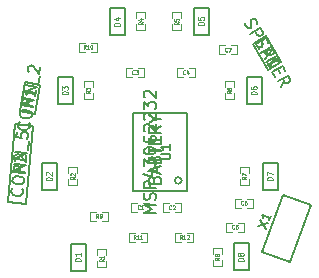
<source format=gto>
G04 (created by PCBNEW (2013-07-07 BZR 4022)-stable) date 16-09-2014 20:10:18*
%MOIN*%
G04 Gerber Fmt 3.4, Leading zero omitted, Abs format*
%FSLAX34Y34*%
G01*
G70*
G90*
G04 APERTURE LIST*
%ADD10C,0.00590551*%
%ADD11C,0.005*%
%ADD12C,0.0028*%
%ADD13C,0.006*%
%ADD14C,0.0059*%
%ADD15C,0.0045*%
G04 APERTURE END LIST*
G54D10*
G54D11*
X-885Y1105D02*
X-885Y-1495D01*
X-885Y-1495D02*
X915Y-1495D01*
X915Y-1495D02*
X915Y1105D01*
X915Y1105D02*
X-885Y1105D01*
X726Y-1145D02*
G75*
G03X726Y-1145I-111J0D01*
G74*
G01*
X-1655Y3700D02*
X-1655Y4600D01*
X-1655Y4600D02*
X-1155Y4600D01*
X-1155Y4600D02*
X-1155Y3700D01*
X-1155Y3700D02*
X-1655Y3700D01*
X2965Y-3245D02*
X2965Y-4145D01*
X2965Y-4145D02*
X2465Y-4145D01*
X2465Y-4145D02*
X2465Y-3245D01*
X2465Y-3245D02*
X2965Y-3245D01*
X3430Y-1455D02*
X3430Y-555D01*
X3430Y-555D02*
X3930Y-555D01*
X3930Y-555D02*
X3930Y-1455D01*
X3930Y-1455D02*
X3430Y-1455D01*
X2895Y1405D02*
X2895Y2305D01*
X2895Y2305D02*
X3395Y2305D01*
X3395Y2305D02*
X3395Y1405D01*
X3395Y1405D02*
X2895Y1405D01*
X1140Y3720D02*
X1140Y4620D01*
X1140Y4620D02*
X1640Y4620D01*
X1640Y4620D02*
X1640Y3720D01*
X1640Y3720D02*
X1140Y3720D01*
X-2970Y-4150D02*
X-2970Y-3250D01*
X-2970Y-3250D02*
X-2470Y-3250D01*
X-2470Y-3250D02*
X-2470Y-4150D01*
X-2470Y-4150D02*
X-2970Y-4150D01*
X-3435Y-560D02*
X-3435Y-1460D01*
X-3435Y-1460D02*
X-3935Y-1460D01*
X-3935Y-1460D02*
X-3935Y-560D01*
X-3935Y-560D02*
X-3435Y-560D01*
X-3400Y1405D02*
X-3400Y2305D01*
X-3400Y2305D02*
X-2900Y2305D01*
X-2900Y2305D02*
X-2900Y1405D01*
X-2900Y1405D02*
X-3400Y1405D01*
G54D12*
X-785Y4055D02*
X-785Y3855D01*
X-785Y3855D02*
X-485Y3855D01*
X-485Y3855D02*
X-485Y4055D01*
X-785Y4255D02*
X-785Y4455D01*
X-785Y4455D02*
X-485Y4455D01*
X-485Y4455D02*
X-485Y4255D01*
X765Y2605D02*
X565Y2605D01*
X565Y2605D02*
X565Y2305D01*
X565Y2305D02*
X765Y2305D01*
X965Y2605D02*
X1165Y2605D01*
X1165Y2605D02*
X1165Y2305D01*
X1165Y2305D02*
X965Y2305D01*
X415Y4055D02*
X415Y3855D01*
X415Y3855D02*
X715Y3855D01*
X715Y3855D02*
X715Y4055D01*
X415Y4255D02*
X415Y4455D01*
X415Y4455D02*
X715Y4455D01*
X715Y4455D02*
X715Y4255D01*
X-2085Y-3845D02*
X-2085Y-4045D01*
X-2085Y-4045D02*
X-1785Y-4045D01*
X-1785Y-4045D02*
X-1785Y-3845D01*
X-2085Y-3645D02*
X-2085Y-3445D01*
X-2085Y-3445D02*
X-1785Y-3445D01*
X-1785Y-3445D02*
X-1785Y-3645D01*
X2165Y1755D02*
X2165Y1555D01*
X2165Y1555D02*
X2465Y1555D01*
X2465Y1555D02*
X2465Y1755D01*
X2165Y1955D02*
X2165Y2155D01*
X2165Y2155D02*
X2465Y2155D01*
X2465Y2155D02*
X2465Y1955D01*
X-3050Y-1100D02*
X-3050Y-1300D01*
X-3050Y-1300D02*
X-2750Y-1300D01*
X-2750Y-1300D02*
X-2750Y-1100D01*
X-3050Y-900D02*
X-3050Y-700D01*
X-3050Y-700D02*
X-2750Y-700D01*
X-2750Y-700D02*
X-2750Y-900D01*
X2665Y-1095D02*
X2665Y-1295D01*
X2665Y-1295D02*
X2965Y-1295D01*
X2965Y-1295D02*
X2965Y-1095D01*
X2665Y-895D02*
X2665Y-695D01*
X2665Y-695D02*
X2965Y-695D01*
X2965Y-695D02*
X2965Y-895D01*
X2065Y-3595D02*
X2065Y-3395D01*
X2065Y-3395D02*
X1765Y-3395D01*
X1765Y-3395D02*
X1765Y-3595D01*
X2065Y-3795D02*
X2065Y-3995D01*
X2065Y-3995D02*
X1765Y-3995D01*
X1765Y-3995D02*
X1765Y-3795D01*
X-2235Y1955D02*
X-2235Y2155D01*
X-2235Y2155D02*
X-2535Y2155D01*
X-2535Y2155D02*
X-2535Y1955D01*
X-2235Y1755D02*
X-2235Y1555D01*
X-2235Y1555D02*
X-2535Y1555D01*
X-2535Y1555D02*
X-2535Y1755D01*
X-635Y-3195D02*
X-435Y-3195D01*
X-435Y-3195D02*
X-435Y-2895D01*
X-435Y-2895D02*
X-635Y-2895D01*
X-835Y-3195D02*
X-1035Y-3195D01*
X-1035Y-3195D02*
X-1035Y-2895D01*
X-1035Y-2895D02*
X-835Y-2895D01*
X-935Y2605D02*
X-1135Y2605D01*
X-1135Y2605D02*
X-1135Y2305D01*
X-1135Y2305D02*
X-935Y2305D01*
X-735Y2605D02*
X-535Y2605D01*
X-535Y2605D02*
X-535Y2305D01*
X-535Y2305D02*
X-735Y2305D01*
X-550Y-2200D02*
X-350Y-2200D01*
X-350Y-2200D02*
X-350Y-1900D01*
X-350Y-1900D02*
X-550Y-1900D01*
X-750Y-2200D02*
X-950Y-2200D01*
X-950Y-2200D02*
X-950Y-1900D01*
X-950Y-1900D02*
X-750Y-1900D01*
X-2500Y3450D02*
X-2700Y3450D01*
X-2700Y3450D02*
X-2700Y3150D01*
X-2700Y3150D02*
X-2500Y3150D01*
X-2300Y3450D02*
X-2100Y3450D01*
X-2100Y3450D02*
X-2100Y3150D01*
X-2100Y3150D02*
X-2300Y3150D01*
X-2135Y-2195D02*
X-2335Y-2195D01*
X-2335Y-2195D02*
X-2335Y-2495D01*
X-2335Y-2495D02*
X-2135Y-2495D01*
X-1935Y-2195D02*
X-1735Y-2195D01*
X-1735Y-2195D02*
X-1735Y-2495D01*
X-1735Y-2495D02*
X-1935Y-2495D01*
X500Y-2200D02*
X700Y-2200D01*
X700Y-2200D02*
X700Y-1900D01*
X700Y-1900D02*
X500Y-1900D01*
X300Y-2200D02*
X100Y-2200D01*
X100Y-2200D02*
X100Y-1900D01*
X100Y-1900D02*
X300Y-1900D01*
X2365Y3055D02*
X2565Y3055D01*
X2565Y3055D02*
X2565Y3355D01*
X2565Y3355D02*
X2365Y3355D01*
X2165Y3055D02*
X1965Y3055D01*
X1965Y3055D02*
X1965Y3355D01*
X1965Y3355D02*
X2165Y3355D01*
X915Y-3195D02*
X1115Y-3195D01*
X1115Y-3195D02*
X1115Y-2895D01*
X1115Y-2895D02*
X915Y-2895D01*
X715Y-3195D02*
X515Y-3195D01*
X515Y-3195D02*
X515Y-2895D01*
X515Y-2895D02*
X715Y-2895D01*
X2900Y-2050D02*
X3100Y-2050D01*
X3100Y-2050D02*
X3100Y-1750D01*
X3100Y-1750D02*
X2900Y-1750D01*
X2700Y-2050D02*
X2500Y-2050D01*
X2500Y-2050D02*
X2500Y-1750D01*
X2500Y-1750D02*
X2700Y-1750D01*
X2600Y-2850D02*
X2800Y-2850D01*
X2800Y-2850D02*
X2800Y-2550D01*
X2800Y-2550D02*
X2600Y-2550D01*
X2400Y-2850D02*
X2200Y-2850D01*
X2200Y-2850D02*
X2200Y-2550D01*
X2200Y-2550D02*
X2400Y-2550D01*
G54D10*
X-5047Y-1863D02*
X-4820Y726D01*
X-4820Y726D02*
X-4222Y673D01*
X-4222Y673D02*
X-4449Y-1916D01*
X-4449Y-1916D02*
X-5047Y-1863D01*
X3598Y2546D02*
X4031Y2796D01*
X4031Y2796D02*
X3531Y3663D01*
X3531Y3663D02*
X3098Y3413D01*
X3098Y3413D02*
X3598Y2546D01*
X-4668Y1156D02*
X-4175Y1069D01*
X-4175Y1069D02*
X-4001Y2053D01*
X-4001Y2053D02*
X-4494Y2140D01*
X-4494Y2140D02*
X-4668Y1156D01*
G54D13*
X4342Y-3855D02*
X3403Y-3513D01*
X3403Y-3513D02*
X4087Y-1634D01*
X4087Y-1634D02*
X5026Y-1976D01*
X5026Y-1976D02*
X4342Y-3855D01*
G54D14*
X27Y-435D02*
X282Y-435D01*
X312Y-420D01*
X327Y-405D01*
X342Y-375D01*
X342Y-315D01*
X327Y-285D01*
X312Y-270D01*
X282Y-255D01*
X27Y-255D01*
X342Y60D02*
X342Y-120D01*
X342Y-30D02*
X27Y-30D01*
X72Y-60D01*
X102Y-90D01*
X117Y-120D01*
X-140Y-2221D02*
X-534Y-2221D01*
X-253Y-2089D01*
X-534Y-1958D01*
X-140Y-1958D01*
X-159Y-1789D02*
X-140Y-1733D01*
X-140Y-1639D01*
X-159Y-1602D01*
X-178Y-1583D01*
X-215Y-1564D01*
X-253Y-1564D01*
X-290Y-1583D01*
X-309Y-1602D01*
X-328Y-1639D01*
X-346Y-1714D01*
X-365Y-1752D01*
X-384Y-1771D01*
X-421Y-1789D01*
X-459Y-1789D01*
X-497Y-1771D01*
X-515Y-1752D01*
X-534Y-1714D01*
X-534Y-1620D01*
X-515Y-1564D01*
X-140Y-1395D02*
X-534Y-1395D01*
X-534Y-1245D01*
X-515Y-1208D01*
X-497Y-1189D01*
X-459Y-1170D01*
X-403Y-1170D01*
X-365Y-1189D01*
X-346Y-1208D01*
X-328Y-1245D01*
X-328Y-1395D01*
X-403Y-832D02*
X-140Y-832D01*
X-553Y-926D02*
X-271Y-1020D01*
X-271Y-776D01*
X-534Y-664D02*
X-534Y-420D01*
X-384Y-551D01*
X-384Y-495D01*
X-365Y-457D01*
X-346Y-438D01*
X-309Y-420D01*
X-215Y-420D01*
X-178Y-438D01*
X-159Y-457D01*
X-140Y-495D01*
X-140Y-607D01*
X-159Y-645D01*
X-178Y-664D01*
X-534Y-176D02*
X-534Y-138D01*
X-515Y-101D01*
X-497Y-82D01*
X-459Y-63D01*
X-384Y-44D01*
X-290Y-44D01*
X-215Y-63D01*
X-178Y-82D01*
X-159Y-101D01*
X-140Y-138D01*
X-140Y-176D01*
X-159Y-213D01*
X-178Y-232D01*
X-215Y-251D01*
X-290Y-270D01*
X-384Y-270D01*
X-459Y-251D01*
X-497Y-232D01*
X-515Y-213D01*
X-534Y-176D01*
X-515Y330D02*
X-534Y292D01*
X-534Y236D01*
X-515Y180D01*
X-478Y142D01*
X-440Y123D01*
X-365Y105D01*
X-309Y105D01*
X-234Y123D01*
X-196Y142D01*
X-159Y180D01*
X-140Y236D01*
X-140Y274D01*
X-159Y330D01*
X-178Y349D01*
X-309Y349D01*
X-309Y274D01*
X-497Y499D02*
X-515Y517D01*
X-534Y555D01*
X-534Y649D01*
X-515Y686D01*
X-497Y705D01*
X-459Y724D01*
X-421Y724D01*
X-365Y705D01*
X-140Y480D01*
X-140Y724D01*
X-497Y874D02*
X-515Y893D01*
X-534Y930D01*
X-534Y1024D01*
X-515Y1062D01*
X-497Y1080D01*
X-459Y1099D01*
X-421Y1099D01*
X-365Y1080D01*
X-140Y855D01*
X-140Y1099D01*
X-534Y1230D02*
X-534Y1474D01*
X-384Y1343D01*
X-384Y1399D01*
X-365Y1437D01*
X-346Y1456D01*
X-309Y1474D01*
X-215Y1474D01*
X-178Y1456D01*
X-159Y1437D01*
X-140Y1399D01*
X-140Y1287D01*
X-159Y1249D01*
X-178Y1230D01*
X-497Y1624D02*
X-515Y1643D01*
X-534Y1681D01*
X-534Y1775D01*
X-515Y1812D01*
X-497Y1831D01*
X-459Y1850D01*
X-421Y1850D01*
X-365Y1831D01*
X-140Y1606D01*
X-140Y1850D01*
G54D15*
X-1324Y4017D02*
X-1524Y4017D01*
X-1524Y4060D01*
X-1514Y4085D01*
X-1495Y4102D01*
X-1476Y4111D01*
X-1438Y4120D01*
X-1409Y4120D01*
X-1371Y4111D01*
X-1352Y4102D01*
X-1333Y4085D01*
X-1324Y4060D01*
X-1324Y4017D01*
X-1457Y4274D02*
X-1324Y4274D01*
X-1533Y4231D02*
X-1390Y4188D01*
X-1390Y4300D01*
X2795Y-3827D02*
X2595Y-3827D01*
X2595Y-3785D01*
X2605Y-3759D01*
X2624Y-3742D01*
X2643Y-3733D01*
X2681Y-3725D01*
X2710Y-3725D01*
X2748Y-3733D01*
X2767Y-3742D01*
X2786Y-3759D01*
X2795Y-3785D01*
X2795Y-3827D01*
X2681Y-3622D02*
X2672Y-3639D01*
X2662Y-3647D01*
X2643Y-3656D01*
X2634Y-3656D01*
X2615Y-3647D01*
X2605Y-3639D01*
X2595Y-3622D01*
X2595Y-3587D01*
X2605Y-3570D01*
X2615Y-3562D01*
X2634Y-3553D01*
X2643Y-3553D01*
X2662Y-3562D01*
X2672Y-3570D01*
X2681Y-3587D01*
X2681Y-3622D01*
X2691Y-3639D01*
X2700Y-3647D01*
X2719Y-3656D01*
X2757Y-3656D01*
X2776Y-3647D01*
X2786Y-3639D01*
X2795Y-3622D01*
X2795Y-3587D01*
X2786Y-3570D01*
X2776Y-3562D01*
X2757Y-3553D01*
X2719Y-3553D01*
X2700Y-3562D01*
X2691Y-3570D01*
X2681Y-3587D01*
X3760Y-1137D02*
X3560Y-1137D01*
X3560Y-1095D01*
X3570Y-1069D01*
X3589Y-1052D01*
X3608Y-1043D01*
X3646Y-1035D01*
X3675Y-1035D01*
X3713Y-1043D01*
X3732Y-1052D01*
X3751Y-1069D01*
X3760Y-1095D01*
X3760Y-1137D01*
X3560Y-975D02*
X3560Y-855D01*
X3760Y-932D01*
X3225Y1722D02*
X3025Y1722D01*
X3025Y1765D01*
X3035Y1790D01*
X3054Y1807D01*
X3073Y1816D01*
X3111Y1825D01*
X3140Y1825D01*
X3178Y1816D01*
X3197Y1807D01*
X3216Y1790D01*
X3225Y1765D01*
X3225Y1722D01*
X3025Y1979D02*
X3025Y1945D01*
X3035Y1927D01*
X3045Y1919D01*
X3073Y1902D01*
X3111Y1893D01*
X3187Y1893D01*
X3206Y1902D01*
X3216Y1910D01*
X3225Y1927D01*
X3225Y1962D01*
X3216Y1979D01*
X3206Y1987D01*
X3187Y1996D01*
X3140Y1996D01*
X3121Y1987D01*
X3111Y1979D01*
X3102Y1962D01*
X3102Y1927D01*
X3111Y1910D01*
X3121Y1902D01*
X3140Y1893D01*
X1470Y4037D02*
X1270Y4037D01*
X1270Y4080D01*
X1280Y4105D01*
X1299Y4122D01*
X1318Y4131D01*
X1356Y4140D01*
X1385Y4140D01*
X1423Y4131D01*
X1442Y4122D01*
X1461Y4105D01*
X1470Y4080D01*
X1470Y4037D01*
X1270Y4302D02*
X1270Y4217D01*
X1366Y4208D01*
X1356Y4217D01*
X1347Y4234D01*
X1347Y4277D01*
X1356Y4294D01*
X1366Y4302D01*
X1385Y4311D01*
X1432Y4311D01*
X1451Y4302D01*
X1461Y4294D01*
X1470Y4277D01*
X1470Y4234D01*
X1461Y4217D01*
X1451Y4208D01*
X-2639Y-3832D02*
X-2839Y-3832D01*
X-2839Y-3790D01*
X-2829Y-3764D01*
X-2810Y-3747D01*
X-2791Y-3738D01*
X-2753Y-3730D01*
X-2724Y-3730D01*
X-2686Y-3738D01*
X-2667Y-3747D01*
X-2648Y-3764D01*
X-2639Y-3790D01*
X-2639Y-3832D01*
X-2639Y-3558D02*
X-2639Y-3661D01*
X-2639Y-3610D02*
X-2839Y-3610D01*
X-2810Y-3627D01*
X-2791Y-3644D01*
X-2781Y-3661D01*
X-3604Y-1142D02*
X-3804Y-1142D01*
X-3804Y-1100D01*
X-3794Y-1074D01*
X-3775Y-1057D01*
X-3756Y-1048D01*
X-3718Y-1040D01*
X-3689Y-1040D01*
X-3651Y-1048D01*
X-3632Y-1057D01*
X-3613Y-1074D01*
X-3604Y-1100D01*
X-3604Y-1142D01*
X-3785Y-971D02*
X-3794Y-962D01*
X-3804Y-945D01*
X-3804Y-902D01*
X-3794Y-885D01*
X-3785Y-877D01*
X-3765Y-868D01*
X-3746Y-868D01*
X-3718Y-877D01*
X-3604Y-980D01*
X-3604Y-868D01*
X-3069Y1722D02*
X-3269Y1722D01*
X-3269Y1765D01*
X-3259Y1790D01*
X-3240Y1807D01*
X-3221Y1816D01*
X-3183Y1825D01*
X-3154Y1825D01*
X-3116Y1816D01*
X-3097Y1807D01*
X-3078Y1790D01*
X-3069Y1765D01*
X-3069Y1722D01*
X-3269Y1885D02*
X-3269Y1996D01*
X-3192Y1936D01*
X-3192Y1962D01*
X-3183Y1979D01*
X-3173Y1987D01*
X-3154Y1996D01*
X-3107Y1996D01*
X-3088Y1987D01*
X-3078Y1979D01*
X-3069Y1962D01*
X-3069Y1910D01*
X-3078Y1893D01*
X-3088Y1885D01*
G54D12*
X-579Y4135D02*
X-644Y4095D01*
X-579Y4066D02*
X-717Y4066D01*
X-717Y4112D01*
X-710Y4123D01*
X-704Y4129D01*
X-690Y4135D01*
X-671Y4135D01*
X-658Y4129D01*
X-651Y4123D01*
X-644Y4112D01*
X-644Y4066D01*
X-671Y4237D02*
X-579Y4237D01*
X-723Y4209D02*
X-625Y4180D01*
X-625Y4255D01*
X845Y2412D02*
X839Y2405D01*
X822Y2399D01*
X810Y2399D01*
X793Y2405D01*
X782Y2418D01*
X776Y2432D01*
X770Y2458D01*
X770Y2478D01*
X776Y2504D01*
X782Y2517D01*
X793Y2530D01*
X810Y2537D01*
X822Y2537D01*
X839Y2530D01*
X845Y2524D01*
X947Y2491D02*
X947Y2399D01*
X919Y2543D02*
X890Y2445D01*
X965Y2445D01*
X620Y4135D02*
X555Y4095D01*
X620Y4066D02*
X482Y4066D01*
X482Y4112D01*
X489Y4123D01*
X496Y4129D01*
X509Y4135D01*
X528Y4135D01*
X542Y4129D01*
X548Y4123D01*
X555Y4112D01*
X555Y4066D01*
X482Y4243D02*
X482Y4186D01*
X548Y4180D01*
X542Y4186D01*
X535Y4197D01*
X535Y4226D01*
X542Y4237D01*
X548Y4243D01*
X561Y4249D01*
X594Y4249D01*
X607Y4243D01*
X614Y4237D01*
X620Y4226D01*
X620Y4197D01*
X614Y4186D01*
X607Y4180D01*
X-1879Y-3765D02*
X-1944Y-3805D01*
X-1879Y-3833D02*
X-2017Y-3833D01*
X-2017Y-3787D01*
X-2010Y-3776D01*
X-2004Y-3770D01*
X-1990Y-3765D01*
X-1971Y-3765D01*
X-1958Y-3770D01*
X-1951Y-3776D01*
X-1944Y-3787D01*
X-1944Y-3833D01*
X-1879Y-3650D02*
X-1879Y-3719D01*
X-1879Y-3685D02*
X-2017Y-3685D01*
X-1997Y-3696D01*
X-1984Y-3707D01*
X-1977Y-3719D01*
X2370Y1835D02*
X2305Y1795D01*
X2370Y1766D02*
X2232Y1766D01*
X2232Y1812D01*
X2239Y1823D01*
X2246Y1829D01*
X2259Y1835D01*
X2278Y1835D01*
X2292Y1829D01*
X2298Y1823D01*
X2305Y1812D01*
X2305Y1766D01*
X2232Y1937D02*
X2232Y1915D01*
X2239Y1903D01*
X2246Y1897D01*
X2265Y1886D01*
X2292Y1880D01*
X2344Y1880D01*
X2357Y1886D01*
X2364Y1892D01*
X2370Y1903D01*
X2370Y1926D01*
X2364Y1937D01*
X2357Y1943D01*
X2344Y1949D01*
X2311Y1949D01*
X2298Y1943D01*
X2292Y1937D01*
X2285Y1926D01*
X2285Y1903D01*
X2292Y1892D01*
X2298Y1886D01*
X2311Y1880D01*
X-2844Y-1020D02*
X-2909Y-1060D01*
X-2844Y-1088D02*
X-2982Y-1088D01*
X-2982Y-1042D01*
X-2975Y-1031D01*
X-2969Y-1025D01*
X-2955Y-1020D01*
X-2936Y-1020D01*
X-2923Y-1025D01*
X-2916Y-1031D01*
X-2909Y-1042D01*
X-2909Y-1088D01*
X-2969Y-974D02*
X-2975Y-968D01*
X-2982Y-957D01*
X-2982Y-928D01*
X-2975Y-917D01*
X-2969Y-911D01*
X-2955Y-905D01*
X-2942Y-905D01*
X-2923Y-911D01*
X-2844Y-980D01*
X-2844Y-905D01*
X2870Y-1015D02*
X2805Y-1055D01*
X2870Y-1083D02*
X2732Y-1083D01*
X2732Y-1037D01*
X2739Y-1026D01*
X2746Y-1020D01*
X2759Y-1015D01*
X2778Y-1015D01*
X2792Y-1020D01*
X2798Y-1026D01*
X2805Y-1037D01*
X2805Y-1083D01*
X2732Y-975D02*
X2732Y-895D01*
X2870Y-946D01*
X1970Y-3715D02*
X1905Y-3755D01*
X1970Y-3783D02*
X1832Y-3783D01*
X1832Y-3737D01*
X1839Y-3726D01*
X1846Y-3720D01*
X1859Y-3715D01*
X1878Y-3715D01*
X1892Y-3720D01*
X1898Y-3726D01*
X1905Y-3737D01*
X1905Y-3783D01*
X1892Y-3646D02*
X1885Y-3657D01*
X1878Y-3663D01*
X1865Y-3669D01*
X1859Y-3669D01*
X1846Y-3663D01*
X1839Y-3657D01*
X1832Y-3646D01*
X1832Y-3623D01*
X1839Y-3612D01*
X1846Y-3606D01*
X1859Y-3600D01*
X1865Y-3600D01*
X1878Y-3606D01*
X1885Y-3612D01*
X1892Y-3623D01*
X1892Y-3646D01*
X1898Y-3657D01*
X1905Y-3663D01*
X1918Y-3669D01*
X1944Y-3669D01*
X1957Y-3663D01*
X1964Y-3657D01*
X1970Y-3646D01*
X1970Y-3623D01*
X1964Y-3612D01*
X1957Y-3606D01*
X1944Y-3600D01*
X1918Y-3600D01*
X1905Y-3606D01*
X1898Y-3612D01*
X1892Y-3623D01*
X-2329Y1835D02*
X-2394Y1795D01*
X-2329Y1766D02*
X-2467Y1766D01*
X-2467Y1812D01*
X-2460Y1823D01*
X-2454Y1829D01*
X-2440Y1835D01*
X-2421Y1835D01*
X-2408Y1829D01*
X-2401Y1823D01*
X-2394Y1812D01*
X-2394Y1766D01*
X-2467Y1875D02*
X-2467Y1949D01*
X-2414Y1909D01*
X-2414Y1926D01*
X-2408Y1937D01*
X-2401Y1943D01*
X-2388Y1949D01*
X-2355Y1949D01*
X-2342Y1943D01*
X-2335Y1937D01*
X-2329Y1926D01*
X-2329Y1892D01*
X-2335Y1880D01*
X-2342Y1875D01*
X-812Y-3100D02*
X-852Y-3035D01*
X-880Y-3100D02*
X-880Y-2962D01*
X-835Y-2962D01*
X-823Y-2969D01*
X-817Y-2976D01*
X-812Y-2989D01*
X-812Y-3008D01*
X-817Y-3022D01*
X-823Y-3028D01*
X-835Y-3035D01*
X-880Y-3035D01*
X-697Y-3100D02*
X-766Y-3100D01*
X-732Y-3100D02*
X-732Y-2962D01*
X-743Y-2982D01*
X-755Y-2995D01*
X-766Y-3002D01*
X-583Y-3100D02*
X-652Y-3100D01*
X-617Y-3100D02*
X-617Y-2962D01*
X-629Y-2982D01*
X-640Y-2995D01*
X-652Y-3002D01*
X-855Y2412D02*
X-860Y2405D01*
X-877Y2399D01*
X-889Y2399D01*
X-906Y2405D01*
X-917Y2418D01*
X-923Y2432D01*
X-929Y2458D01*
X-929Y2478D01*
X-923Y2504D01*
X-917Y2517D01*
X-906Y2530D01*
X-889Y2537D01*
X-877Y2537D01*
X-860Y2530D01*
X-855Y2524D01*
X-815Y2537D02*
X-740Y2537D01*
X-780Y2484D01*
X-763Y2484D01*
X-752Y2478D01*
X-746Y2471D01*
X-740Y2458D01*
X-740Y2425D01*
X-746Y2412D01*
X-752Y2405D01*
X-763Y2399D01*
X-797Y2399D01*
X-809Y2405D01*
X-815Y2412D01*
X-670Y-2092D02*
X-675Y-2099D01*
X-692Y-2105D01*
X-704Y-2105D01*
X-721Y-2099D01*
X-732Y-2086D01*
X-738Y-2073D01*
X-744Y-2046D01*
X-744Y-2027D01*
X-738Y-2000D01*
X-732Y-1987D01*
X-721Y-1974D01*
X-704Y-1967D01*
X-692Y-1967D01*
X-675Y-1974D01*
X-670Y-1981D01*
X-555Y-2105D02*
X-624Y-2105D01*
X-590Y-2105D02*
X-590Y-1967D01*
X-601Y-1987D01*
X-612Y-2000D01*
X-624Y-2007D01*
X-2477Y3244D02*
X-2517Y3309D01*
X-2545Y3244D02*
X-2545Y3382D01*
X-2500Y3382D01*
X-2488Y3375D01*
X-2482Y3369D01*
X-2477Y3355D01*
X-2477Y3336D01*
X-2482Y3323D01*
X-2488Y3316D01*
X-2500Y3309D01*
X-2545Y3309D01*
X-2362Y3244D02*
X-2431Y3244D01*
X-2397Y3244D02*
X-2397Y3382D01*
X-2408Y3362D01*
X-2420Y3349D01*
X-2431Y3342D01*
X-2288Y3382D02*
X-2277Y3382D01*
X-2265Y3375D01*
X-2260Y3369D01*
X-2254Y3355D01*
X-2248Y3329D01*
X-2248Y3296D01*
X-2254Y3270D01*
X-2260Y3257D01*
X-2265Y3250D01*
X-2277Y3244D01*
X-2288Y3244D01*
X-2300Y3250D01*
X-2305Y3257D01*
X-2311Y3270D01*
X-2317Y3296D01*
X-2317Y3329D01*
X-2311Y3355D01*
X-2305Y3369D01*
X-2300Y3375D01*
X-2288Y3382D01*
X-2055Y-2400D02*
X-2095Y-2335D01*
X-2123Y-2400D02*
X-2123Y-2262D01*
X-2077Y-2262D01*
X-2066Y-2269D01*
X-2060Y-2276D01*
X-2055Y-2289D01*
X-2055Y-2308D01*
X-2060Y-2322D01*
X-2066Y-2328D01*
X-2077Y-2335D01*
X-2123Y-2335D01*
X-1997Y-2400D02*
X-1975Y-2400D01*
X-1963Y-2394D01*
X-1957Y-2387D01*
X-1946Y-2368D01*
X-1940Y-2341D01*
X-1940Y-2289D01*
X-1946Y-2276D01*
X-1952Y-2269D01*
X-1963Y-2262D01*
X-1986Y-2262D01*
X-1997Y-2269D01*
X-2003Y-2276D01*
X-2009Y-2289D01*
X-2009Y-2322D01*
X-2003Y-2335D01*
X-1997Y-2341D01*
X-1986Y-2348D01*
X-1963Y-2348D01*
X-1952Y-2341D01*
X-1946Y-2335D01*
X-1940Y-2322D01*
X380Y-2092D02*
X374Y-2099D01*
X357Y-2105D01*
X345Y-2105D01*
X328Y-2099D01*
X317Y-2086D01*
X311Y-2073D01*
X305Y-2046D01*
X305Y-2027D01*
X311Y-2000D01*
X317Y-1987D01*
X328Y-1974D01*
X345Y-1967D01*
X357Y-1967D01*
X374Y-1974D01*
X380Y-1981D01*
X425Y-1981D02*
X431Y-1974D01*
X442Y-1967D01*
X471Y-1967D01*
X482Y-1974D01*
X488Y-1981D01*
X494Y-1994D01*
X494Y-2007D01*
X488Y-2027D01*
X420Y-2105D01*
X494Y-2105D01*
X2245Y3162D02*
X2239Y3155D01*
X2222Y3149D01*
X2210Y3149D01*
X2193Y3155D01*
X2182Y3168D01*
X2176Y3182D01*
X2170Y3208D01*
X2170Y3228D01*
X2176Y3254D01*
X2182Y3267D01*
X2193Y3280D01*
X2210Y3287D01*
X2222Y3287D01*
X2239Y3280D01*
X2245Y3274D01*
X2285Y3287D02*
X2365Y3287D01*
X2313Y3149D01*
X737Y-3100D02*
X697Y-3035D01*
X669Y-3100D02*
X669Y-2962D01*
X715Y-2962D01*
X726Y-2969D01*
X732Y-2976D01*
X737Y-2989D01*
X737Y-3008D01*
X732Y-3022D01*
X726Y-3028D01*
X715Y-3035D01*
X669Y-3035D01*
X852Y-3100D02*
X783Y-3100D01*
X817Y-3100D02*
X817Y-2962D01*
X806Y-2982D01*
X795Y-2995D01*
X783Y-3002D01*
X897Y-2976D02*
X903Y-2969D01*
X915Y-2962D01*
X943Y-2962D01*
X955Y-2969D01*
X960Y-2976D01*
X966Y-2989D01*
X966Y-3002D01*
X960Y-3022D01*
X892Y-3100D01*
X966Y-3100D01*
X2780Y-1942D02*
X2774Y-1949D01*
X2757Y-1955D01*
X2745Y-1955D01*
X2728Y-1949D01*
X2717Y-1936D01*
X2711Y-1923D01*
X2705Y-1896D01*
X2705Y-1877D01*
X2711Y-1850D01*
X2717Y-1837D01*
X2728Y-1824D01*
X2745Y-1817D01*
X2757Y-1817D01*
X2774Y-1824D01*
X2780Y-1831D01*
X2882Y-1817D02*
X2860Y-1817D01*
X2848Y-1824D01*
X2842Y-1831D01*
X2831Y-1850D01*
X2825Y-1877D01*
X2825Y-1929D01*
X2831Y-1942D01*
X2837Y-1949D01*
X2848Y-1955D01*
X2871Y-1955D01*
X2882Y-1949D01*
X2888Y-1942D01*
X2894Y-1929D01*
X2894Y-1896D01*
X2888Y-1883D01*
X2882Y-1877D01*
X2871Y-1870D01*
X2848Y-1870D01*
X2837Y-1877D01*
X2831Y-1883D01*
X2825Y-1896D01*
X2480Y-2742D02*
X2474Y-2749D01*
X2457Y-2755D01*
X2445Y-2755D01*
X2428Y-2749D01*
X2417Y-2736D01*
X2411Y-2723D01*
X2405Y-2696D01*
X2405Y-2677D01*
X2411Y-2650D01*
X2417Y-2637D01*
X2428Y-2624D01*
X2445Y-2617D01*
X2457Y-2617D01*
X2474Y-2624D01*
X2480Y-2631D01*
X2588Y-2617D02*
X2531Y-2617D01*
X2525Y-2683D01*
X2531Y-2677D01*
X2542Y-2670D01*
X2571Y-2670D01*
X2582Y-2677D01*
X2588Y-2683D01*
X2594Y-2696D01*
X2594Y-2729D01*
X2588Y-2742D01*
X2582Y-2749D01*
X2571Y-2755D01*
X2542Y-2755D01*
X2531Y-2749D01*
X2525Y-2742D01*
G54D10*
X-4501Y-898D02*
X-4893Y-864D01*
X-4880Y-714D01*
X-4858Y-678D01*
X-4838Y-661D01*
X-4799Y-646D01*
X-4743Y-651D01*
X-4707Y-673D01*
X-4690Y-693D01*
X-4675Y-732D01*
X-4688Y-882D01*
X-4823Y-493D02*
X-4840Y-473D01*
X-4856Y-434D01*
X-4848Y-341D01*
X-4826Y-305D01*
X-4805Y-288D01*
X-4766Y-272D01*
X-4729Y-276D01*
X-4675Y-299D01*
X-4470Y-543D01*
X-4449Y-300D01*
X-4586Y-1436D02*
X-4569Y-1457D01*
X-4555Y-1514D01*
X-4558Y-1552D01*
X-4582Y-1606D01*
X-4622Y-1640D01*
X-4661Y-1655D01*
X-4738Y-1668D01*
X-4794Y-1663D01*
X-4867Y-1637D01*
X-4903Y-1616D01*
X-4937Y-1575D01*
X-4950Y-1517D01*
X-4947Y-1480D01*
X-4924Y-1425D01*
X-4903Y-1408D01*
X-4919Y-1162D02*
X-4913Y-1088D01*
X-4891Y-1052D01*
X-4850Y-1018D01*
X-4774Y-1006D01*
X-4643Y-1017D01*
X-4570Y-1042D01*
X-4536Y-1083D01*
X-4521Y-1122D01*
X-4527Y-1197D01*
X-4549Y-1232D01*
X-4590Y-1266D01*
X-4666Y-1279D01*
X-4797Y-1267D01*
X-4870Y-1242D01*
X-4904Y-1201D01*
X-4919Y-1162D01*
X-4498Y-861D02*
X-4890Y-826D01*
X-4478Y-636D01*
X-4870Y-602D01*
X-4462Y-450D02*
X-4854Y-415D01*
X-4442Y-226D01*
X-4834Y-191D01*
X-4397Y-135D02*
X-4371Y162D01*
X-4776Y480D02*
X-4792Y293D01*
X-4607Y258D01*
X-4624Y279D01*
X-4639Y318D01*
X-4631Y411D01*
X-4609Y447D01*
X-4589Y464D01*
X-4550Y479D01*
X-4457Y471D01*
X-4421Y449D01*
X-4404Y429D01*
X-4388Y390D01*
X-4397Y296D01*
X-4418Y261D01*
X-4439Y244D01*
X3194Y3464D02*
X3206Y3406D01*
X3253Y3325D01*
X3288Y3302D01*
X3314Y3295D01*
X3356Y3298D01*
X3388Y3316D01*
X3411Y3351D01*
X3418Y3377D01*
X3415Y3419D01*
X3394Y3493D01*
X3392Y3535D01*
X3399Y3561D01*
X3422Y3596D01*
X3454Y3614D01*
X3496Y3617D01*
X3522Y3610D01*
X3557Y3587D01*
X3603Y3506D01*
X3615Y3448D01*
X3375Y3114D02*
X3716Y3311D01*
X3791Y3181D01*
X3793Y3139D01*
X3787Y3114D01*
X3763Y3079D01*
X3715Y3051D01*
X3673Y3048D01*
X3647Y3055D01*
X3612Y3078D01*
X3537Y3208D01*
X3675Y2595D02*
X3562Y2789D01*
X3619Y2692D02*
X3960Y2889D01*
X3892Y2893D01*
X3841Y2907D01*
X3806Y2930D01*
X2829Y4098D02*
X2841Y4040D01*
X2887Y3958D01*
X2922Y3935D01*
X2948Y3928D01*
X2990Y3931D01*
X3022Y3950D01*
X3046Y3985D01*
X3052Y4010D01*
X3050Y4052D01*
X3029Y4126D01*
X3026Y4168D01*
X3033Y4194D01*
X3056Y4229D01*
X3089Y4248D01*
X3130Y4250D01*
X3156Y4243D01*
X3191Y4220D01*
X3238Y4139D01*
X3250Y4081D01*
X3009Y3747D02*
X3350Y3944D01*
X3425Y3814D01*
X3428Y3772D01*
X3421Y3747D01*
X3398Y3712D01*
X3349Y3684D01*
X3307Y3681D01*
X3282Y3688D01*
X3247Y3711D01*
X3172Y3841D01*
X3385Y3509D02*
X3450Y3396D01*
X3300Y3244D02*
X3206Y3406D01*
X3547Y3603D01*
X3641Y3441D01*
X3472Y3170D02*
X3566Y3008D01*
X3356Y3147D02*
X3763Y3230D01*
X3487Y2919D01*
X3553Y2806D02*
X3894Y3002D01*
X3666Y2611D02*
X3776Y2869D01*
X4006Y2808D02*
X3699Y2890D01*
X3928Y2568D02*
X3994Y2454D01*
X3844Y2302D02*
X3750Y2465D01*
X4091Y2662D01*
X4185Y2499D01*
X4040Y1961D02*
X4137Y2169D01*
X3928Y2156D02*
X4269Y2353D01*
X4344Y2223D01*
X4346Y2181D01*
X4340Y2156D01*
X4316Y2121D01*
X4268Y2093D01*
X4226Y2090D01*
X4200Y2097D01*
X4165Y2120D01*
X4090Y2250D01*
X-4228Y1291D02*
X-4616Y1359D01*
X-4590Y1507D01*
X-4565Y1540D01*
X-4543Y1556D01*
X-4503Y1568D01*
X-4447Y1558D01*
X-4414Y1533D01*
X-4399Y1511D01*
X-4387Y1471D01*
X-4413Y1323D01*
X-4124Y1881D02*
X-4163Y1660D01*
X-4143Y1771D02*
X-4531Y1839D01*
X-4482Y1792D01*
X-4452Y1749D01*
X-4440Y1709D01*
X-4359Y762D02*
X-4344Y740D01*
X-4335Y681D01*
X-4342Y644D01*
X-4370Y592D01*
X-4414Y562D01*
X-4454Y550D01*
X-4531Y545D01*
X-4586Y554D01*
X-4657Y586D01*
X-4691Y611D01*
X-4721Y654D01*
X-4730Y713D01*
X-4723Y750D01*
X-4695Y802D01*
X-4673Y817D01*
X-4668Y1064D02*
X-4655Y1137D01*
X-4630Y1171D01*
X-4586Y1202D01*
X-4509Y1207D01*
X-4380Y1184D01*
X-4309Y1153D01*
X-4279Y1109D01*
X-4267Y1069D01*
X-4280Y995D01*
X-4305Y962D01*
X-4349Y931D01*
X-4426Y926D01*
X-4555Y949D01*
X-4625Y980D01*
X-4656Y1023D01*
X-4668Y1064D01*
X-4222Y1328D02*
X-4609Y1396D01*
X-4182Y1549D01*
X-4570Y1617D01*
X-4150Y1734D02*
X-4538Y1802D01*
X-4111Y1955D01*
X-4499Y2024D01*
X-4058Y2041D02*
X-4006Y2337D01*
X-4380Y2479D02*
X-4395Y2500D01*
X-4407Y2541D01*
X-4391Y2633D01*
X-4366Y2667D01*
X-4344Y2682D01*
X-4304Y2694D01*
X-4267Y2687D01*
X-4215Y2659D01*
X-4033Y2398D01*
X-3990Y2638D01*
G54D13*
X3259Y-2655D02*
X3609Y-2570D01*
X3327Y-2467D02*
X3541Y-2758D01*
X3702Y-2315D02*
X3643Y-2476D01*
X3673Y-2395D02*
X3391Y-2293D01*
X3421Y-2334D01*
X3438Y-2371D01*
X3442Y-2403D01*
G54D10*
X-181Y-444D02*
X-163Y-388D01*
X-144Y-369D01*
X-106Y-350D01*
X-50Y-350D01*
X-13Y-369D01*
X5Y-388D01*
X24Y-425D01*
X24Y-575D01*
X-369Y-575D01*
X-369Y-444D01*
X-350Y-406D01*
X-331Y-388D01*
X-294Y-369D01*
X-256Y-369D01*
X-219Y-388D01*
X-200Y-406D01*
X-181Y-444D01*
X-181Y-575D01*
X-369Y-238D02*
X-369Y-13D01*
X24Y-125D02*
X-369Y-125D01*
X24Y324D02*
X24Y99D01*
X24Y211D02*
X-369Y211D01*
X-313Y174D01*
X-275Y136D01*
X-256Y99D01*
X-181Y-1119D02*
X-163Y-1063D01*
X-144Y-1044D01*
X-106Y-1025D01*
X-50Y-1025D01*
X-13Y-1044D01*
X5Y-1063D01*
X24Y-1100D01*
X24Y-1250D01*
X-369Y-1250D01*
X-369Y-1119D01*
X-350Y-1081D01*
X-331Y-1063D01*
X-294Y-1044D01*
X-256Y-1044D01*
X-219Y-1063D01*
X-200Y-1081D01*
X-181Y-1119D01*
X-181Y-1250D01*
X-88Y-875D02*
X-88Y-688D01*
X24Y-913D02*
X-369Y-781D01*
X24Y-650D01*
X-369Y-575D02*
X-369Y-350D01*
X24Y-463D02*
X-369Y-463D01*
X-369Y-275D02*
X-369Y-50D01*
X24Y-163D02*
X-369Y-163D01*
X-181Y80D02*
X-181Y211D01*
X24Y268D02*
X24Y80D01*
X-369Y80D01*
X-369Y268D01*
X24Y661D02*
X-163Y530D01*
X24Y436D02*
X-369Y436D01*
X-369Y586D01*
X-350Y624D01*
X-331Y643D01*
X-294Y661D01*
X-238Y661D01*
X-200Y643D01*
X-181Y624D01*
X-163Y586D01*
X-163Y436D01*
X-163Y905D02*
X24Y905D01*
X-369Y774D02*
X-163Y905D01*
X-369Y1036D01*
M02*

</source>
